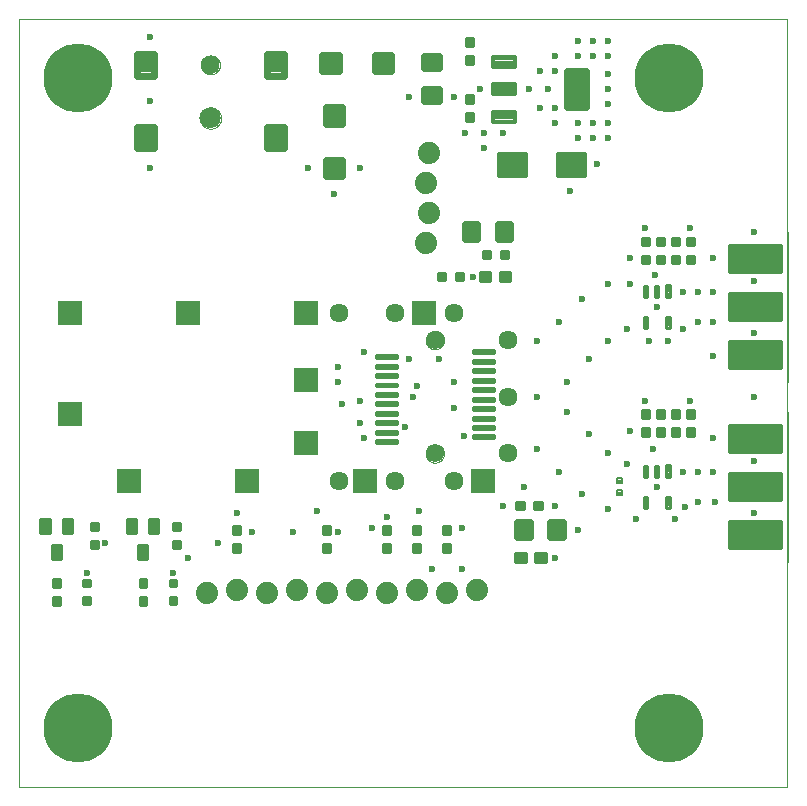
<source format=gts>
G75*
%MOIN*%
%OFA0B0*%
%FSLAX25Y25*%
%IPPOS*%
%LPD*%
%AMOC8*
5,1,8,0,0,1.08239X$1,22.5*
%
%ADD10C,0.00000*%
%ADD11C,0.00984*%
%ADD12R,0.07874X0.07874*%
%ADD13C,0.06358*%
%ADD14C,0.06102*%
%ADD15C,0.23000*%
%ADD16C,0.01600*%
%ADD17C,0.01890*%
%ADD18C,0.00945*%
%ADD19C,0.01181*%
%ADD20C,0.01083*%
%ADD21C,0.01559*%
%ADD22C,0.02362*%
%ADD23C,0.06299*%
%ADD24C,0.07087*%
%ADD25C,0.07400*%
%ADD26C,0.01440*%
%ADD27C,0.02598*%
%ADD28C,0.00803*%
%ADD29C,0.02362*%
D10*
X0027667Y0001800D02*
X0027667Y0257706D01*
X0283573Y0257706D01*
X0283573Y0001800D01*
X0027667Y0001800D01*
X0163160Y0112902D02*
X0163162Y0113012D01*
X0163168Y0113122D01*
X0163178Y0113232D01*
X0163192Y0113341D01*
X0163210Y0113450D01*
X0163231Y0113558D01*
X0163257Y0113665D01*
X0163286Y0113771D01*
X0163320Y0113876D01*
X0163357Y0113980D01*
X0163398Y0114082D01*
X0163442Y0114183D01*
X0163490Y0114282D01*
X0163542Y0114380D01*
X0163597Y0114475D01*
X0163655Y0114568D01*
X0163717Y0114659D01*
X0163782Y0114748D01*
X0163850Y0114835D01*
X0163922Y0114919D01*
X0163996Y0115000D01*
X0164073Y0115079D01*
X0164153Y0115155D01*
X0164236Y0115227D01*
X0164321Y0115297D01*
X0164409Y0115364D01*
X0164499Y0115427D01*
X0164591Y0115487D01*
X0164685Y0115544D01*
X0164782Y0115598D01*
X0164880Y0115647D01*
X0164980Y0115694D01*
X0165082Y0115736D01*
X0165185Y0115775D01*
X0165289Y0115810D01*
X0165395Y0115842D01*
X0165501Y0115869D01*
X0165609Y0115893D01*
X0165717Y0115913D01*
X0165826Y0115929D01*
X0165936Y0115941D01*
X0166046Y0115949D01*
X0166156Y0115953D01*
X0166266Y0115953D01*
X0166376Y0115949D01*
X0166486Y0115941D01*
X0166596Y0115929D01*
X0166705Y0115913D01*
X0166813Y0115893D01*
X0166921Y0115869D01*
X0167027Y0115842D01*
X0167133Y0115810D01*
X0167237Y0115775D01*
X0167340Y0115736D01*
X0167442Y0115694D01*
X0167542Y0115647D01*
X0167640Y0115598D01*
X0167736Y0115544D01*
X0167831Y0115487D01*
X0167923Y0115427D01*
X0168013Y0115364D01*
X0168101Y0115297D01*
X0168186Y0115227D01*
X0168269Y0115155D01*
X0168349Y0115079D01*
X0168426Y0115000D01*
X0168500Y0114919D01*
X0168572Y0114835D01*
X0168640Y0114748D01*
X0168705Y0114659D01*
X0168767Y0114568D01*
X0168825Y0114475D01*
X0168880Y0114380D01*
X0168932Y0114282D01*
X0168980Y0114183D01*
X0169024Y0114082D01*
X0169065Y0113980D01*
X0169102Y0113876D01*
X0169136Y0113771D01*
X0169165Y0113665D01*
X0169191Y0113558D01*
X0169212Y0113450D01*
X0169230Y0113341D01*
X0169244Y0113232D01*
X0169254Y0113122D01*
X0169260Y0113012D01*
X0169262Y0112902D01*
X0169260Y0112792D01*
X0169254Y0112682D01*
X0169244Y0112572D01*
X0169230Y0112463D01*
X0169212Y0112354D01*
X0169191Y0112246D01*
X0169165Y0112139D01*
X0169136Y0112033D01*
X0169102Y0111928D01*
X0169065Y0111824D01*
X0169024Y0111722D01*
X0168980Y0111621D01*
X0168932Y0111522D01*
X0168880Y0111424D01*
X0168825Y0111329D01*
X0168767Y0111236D01*
X0168705Y0111145D01*
X0168640Y0111056D01*
X0168572Y0110969D01*
X0168500Y0110885D01*
X0168426Y0110804D01*
X0168349Y0110725D01*
X0168269Y0110649D01*
X0168186Y0110577D01*
X0168101Y0110507D01*
X0168013Y0110440D01*
X0167923Y0110377D01*
X0167831Y0110317D01*
X0167737Y0110260D01*
X0167640Y0110206D01*
X0167542Y0110157D01*
X0167442Y0110110D01*
X0167340Y0110068D01*
X0167237Y0110029D01*
X0167133Y0109994D01*
X0167027Y0109962D01*
X0166921Y0109935D01*
X0166813Y0109911D01*
X0166705Y0109891D01*
X0166596Y0109875D01*
X0166486Y0109863D01*
X0166376Y0109855D01*
X0166266Y0109851D01*
X0166156Y0109851D01*
X0166046Y0109855D01*
X0165936Y0109863D01*
X0165826Y0109875D01*
X0165717Y0109891D01*
X0165609Y0109911D01*
X0165501Y0109935D01*
X0165395Y0109962D01*
X0165289Y0109994D01*
X0165185Y0110029D01*
X0165082Y0110068D01*
X0164980Y0110110D01*
X0164880Y0110157D01*
X0164782Y0110206D01*
X0164685Y0110260D01*
X0164591Y0110317D01*
X0164499Y0110377D01*
X0164409Y0110440D01*
X0164321Y0110507D01*
X0164236Y0110577D01*
X0164153Y0110649D01*
X0164073Y0110725D01*
X0163996Y0110804D01*
X0163922Y0110885D01*
X0163850Y0110969D01*
X0163782Y0111056D01*
X0163717Y0111145D01*
X0163655Y0111236D01*
X0163597Y0111329D01*
X0163542Y0111424D01*
X0163490Y0111522D01*
X0163442Y0111621D01*
X0163398Y0111722D01*
X0163357Y0111824D01*
X0163320Y0111928D01*
X0163286Y0112033D01*
X0163257Y0112139D01*
X0163231Y0112246D01*
X0163210Y0112354D01*
X0163192Y0112463D01*
X0163178Y0112572D01*
X0163168Y0112682D01*
X0163162Y0112792D01*
X0163160Y0112902D01*
X0163160Y0150698D02*
X0163162Y0150808D01*
X0163168Y0150918D01*
X0163178Y0151028D01*
X0163192Y0151137D01*
X0163210Y0151246D01*
X0163231Y0151354D01*
X0163257Y0151461D01*
X0163286Y0151567D01*
X0163320Y0151672D01*
X0163357Y0151776D01*
X0163398Y0151878D01*
X0163442Y0151979D01*
X0163490Y0152078D01*
X0163542Y0152176D01*
X0163597Y0152271D01*
X0163655Y0152364D01*
X0163717Y0152455D01*
X0163782Y0152544D01*
X0163850Y0152631D01*
X0163922Y0152715D01*
X0163996Y0152796D01*
X0164073Y0152875D01*
X0164153Y0152951D01*
X0164236Y0153023D01*
X0164321Y0153093D01*
X0164409Y0153160D01*
X0164499Y0153223D01*
X0164591Y0153283D01*
X0164685Y0153340D01*
X0164782Y0153394D01*
X0164880Y0153443D01*
X0164980Y0153490D01*
X0165082Y0153532D01*
X0165185Y0153571D01*
X0165289Y0153606D01*
X0165395Y0153638D01*
X0165501Y0153665D01*
X0165609Y0153689D01*
X0165717Y0153709D01*
X0165826Y0153725D01*
X0165936Y0153737D01*
X0166046Y0153745D01*
X0166156Y0153749D01*
X0166266Y0153749D01*
X0166376Y0153745D01*
X0166486Y0153737D01*
X0166596Y0153725D01*
X0166705Y0153709D01*
X0166813Y0153689D01*
X0166921Y0153665D01*
X0167027Y0153638D01*
X0167133Y0153606D01*
X0167237Y0153571D01*
X0167340Y0153532D01*
X0167442Y0153490D01*
X0167542Y0153443D01*
X0167640Y0153394D01*
X0167736Y0153340D01*
X0167831Y0153283D01*
X0167923Y0153223D01*
X0168013Y0153160D01*
X0168101Y0153093D01*
X0168186Y0153023D01*
X0168269Y0152951D01*
X0168349Y0152875D01*
X0168426Y0152796D01*
X0168500Y0152715D01*
X0168572Y0152631D01*
X0168640Y0152544D01*
X0168705Y0152455D01*
X0168767Y0152364D01*
X0168825Y0152271D01*
X0168880Y0152176D01*
X0168932Y0152078D01*
X0168980Y0151979D01*
X0169024Y0151878D01*
X0169065Y0151776D01*
X0169102Y0151672D01*
X0169136Y0151567D01*
X0169165Y0151461D01*
X0169191Y0151354D01*
X0169212Y0151246D01*
X0169230Y0151137D01*
X0169244Y0151028D01*
X0169254Y0150918D01*
X0169260Y0150808D01*
X0169262Y0150698D01*
X0169260Y0150588D01*
X0169254Y0150478D01*
X0169244Y0150368D01*
X0169230Y0150259D01*
X0169212Y0150150D01*
X0169191Y0150042D01*
X0169165Y0149935D01*
X0169136Y0149829D01*
X0169102Y0149724D01*
X0169065Y0149620D01*
X0169024Y0149518D01*
X0168980Y0149417D01*
X0168932Y0149318D01*
X0168880Y0149220D01*
X0168825Y0149125D01*
X0168767Y0149032D01*
X0168705Y0148941D01*
X0168640Y0148852D01*
X0168572Y0148765D01*
X0168500Y0148681D01*
X0168426Y0148600D01*
X0168349Y0148521D01*
X0168269Y0148445D01*
X0168186Y0148373D01*
X0168101Y0148303D01*
X0168013Y0148236D01*
X0167923Y0148173D01*
X0167831Y0148113D01*
X0167737Y0148056D01*
X0167640Y0148002D01*
X0167542Y0147953D01*
X0167442Y0147906D01*
X0167340Y0147864D01*
X0167237Y0147825D01*
X0167133Y0147790D01*
X0167027Y0147758D01*
X0166921Y0147731D01*
X0166813Y0147707D01*
X0166705Y0147687D01*
X0166596Y0147671D01*
X0166486Y0147659D01*
X0166376Y0147651D01*
X0166266Y0147647D01*
X0166156Y0147647D01*
X0166046Y0147651D01*
X0165936Y0147659D01*
X0165826Y0147671D01*
X0165717Y0147687D01*
X0165609Y0147707D01*
X0165501Y0147731D01*
X0165395Y0147758D01*
X0165289Y0147790D01*
X0165185Y0147825D01*
X0165082Y0147864D01*
X0164980Y0147906D01*
X0164880Y0147953D01*
X0164782Y0148002D01*
X0164685Y0148056D01*
X0164591Y0148113D01*
X0164499Y0148173D01*
X0164409Y0148236D01*
X0164321Y0148303D01*
X0164236Y0148373D01*
X0164153Y0148445D01*
X0164073Y0148521D01*
X0163996Y0148600D01*
X0163922Y0148681D01*
X0163850Y0148765D01*
X0163782Y0148852D01*
X0163717Y0148941D01*
X0163655Y0149032D01*
X0163597Y0149125D01*
X0163542Y0149220D01*
X0163490Y0149318D01*
X0163442Y0149417D01*
X0163398Y0149518D01*
X0163357Y0149620D01*
X0163320Y0149724D01*
X0163286Y0149829D01*
X0163257Y0149935D01*
X0163231Y0150042D01*
X0163210Y0150150D01*
X0163192Y0150259D01*
X0163178Y0150368D01*
X0163168Y0150478D01*
X0163162Y0150588D01*
X0163160Y0150698D01*
X0087874Y0224713D02*
X0087876Y0224831D01*
X0087882Y0224950D01*
X0087892Y0225068D01*
X0087906Y0225185D01*
X0087923Y0225302D01*
X0087945Y0225419D01*
X0087971Y0225534D01*
X0088000Y0225649D01*
X0088033Y0225763D01*
X0088070Y0225875D01*
X0088111Y0225986D01*
X0088155Y0226096D01*
X0088203Y0226204D01*
X0088255Y0226311D01*
X0088310Y0226416D01*
X0088369Y0226519D01*
X0088431Y0226619D01*
X0088496Y0226718D01*
X0088565Y0226815D01*
X0088636Y0226909D01*
X0088711Y0227000D01*
X0088789Y0227090D01*
X0088870Y0227176D01*
X0088954Y0227260D01*
X0089040Y0227341D01*
X0089130Y0227419D01*
X0089221Y0227494D01*
X0089315Y0227565D01*
X0089412Y0227634D01*
X0089511Y0227699D01*
X0089611Y0227761D01*
X0089714Y0227820D01*
X0089819Y0227875D01*
X0089926Y0227927D01*
X0090034Y0227975D01*
X0090144Y0228019D01*
X0090255Y0228060D01*
X0090367Y0228097D01*
X0090481Y0228130D01*
X0090596Y0228159D01*
X0090711Y0228185D01*
X0090828Y0228207D01*
X0090945Y0228224D01*
X0091062Y0228238D01*
X0091180Y0228248D01*
X0091299Y0228254D01*
X0091417Y0228256D01*
X0091535Y0228254D01*
X0091654Y0228248D01*
X0091772Y0228238D01*
X0091889Y0228224D01*
X0092006Y0228207D01*
X0092123Y0228185D01*
X0092238Y0228159D01*
X0092353Y0228130D01*
X0092467Y0228097D01*
X0092579Y0228060D01*
X0092690Y0228019D01*
X0092800Y0227975D01*
X0092908Y0227927D01*
X0093015Y0227875D01*
X0093120Y0227820D01*
X0093223Y0227761D01*
X0093323Y0227699D01*
X0093422Y0227634D01*
X0093519Y0227565D01*
X0093613Y0227494D01*
X0093704Y0227419D01*
X0093794Y0227341D01*
X0093880Y0227260D01*
X0093964Y0227176D01*
X0094045Y0227090D01*
X0094123Y0227000D01*
X0094198Y0226909D01*
X0094269Y0226815D01*
X0094338Y0226718D01*
X0094403Y0226619D01*
X0094465Y0226519D01*
X0094524Y0226416D01*
X0094579Y0226311D01*
X0094631Y0226204D01*
X0094679Y0226096D01*
X0094723Y0225986D01*
X0094764Y0225875D01*
X0094801Y0225763D01*
X0094834Y0225649D01*
X0094863Y0225534D01*
X0094889Y0225419D01*
X0094911Y0225302D01*
X0094928Y0225185D01*
X0094942Y0225068D01*
X0094952Y0224950D01*
X0094958Y0224831D01*
X0094960Y0224713D01*
X0094958Y0224595D01*
X0094952Y0224476D01*
X0094942Y0224358D01*
X0094928Y0224241D01*
X0094911Y0224124D01*
X0094889Y0224007D01*
X0094863Y0223892D01*
X0094834Y0223777D01*
X0094801Y0223663D01*
X0094764Y0223551D01*
X0094723Y0223440D01*
X0094679Y0223330D01*
X0094631Y0223222D01*
X0094579Y0223115D01*
X0094524Y0223010D01*
X0094465Y0222907D01*
X0094403Y0222807D01*
X0094338Y0222708D01*
X0094269Y0222611D01*
X0094198Y0222517D01*
X0094123Y0222426D01*
X0094045Y0222336D01*
X0093964Y0222250D01*
X0093880Y0222166D01*
X0093794Y0222085D01*
X0093704Y0222007D01*
X0093613Y0221932D01*
X0093519Y0221861D01*
X0093422Y0221792D01*
X0093323Y0221727D01*
X0093223Y0221665D01*
X0093120Y0221606D01*
X0093015Y0221551D01*
X0092908Y0221499D01*
X0092800Y0221451D01*
X0092690Y0221407D01*
X0092579Y0221366D01*
X0092467Y0221329D01*
X0092353Y0221296D01*
X0092238Y0221267D01*
X0092123Y0221241D01*
X0092006Y0221219D01*
X0091889Y0221202D01*
X0091772Y0221188D01*
X0091654Y0221178D01*
X0091535Y0221172D01*
X0091417Y0221170D01*
X0091299Y0221172D01*
X0091180Y0221178D01*
X0091062Y0221188D01*
X0090945Y0221202D01*
X0090828Y0221219D01*
X0090711Y0221241D01*
X0090596Y0221267D01*
X0090481Y0221296D01*
X0090367Y0221329D01*
X0090255Y0221366D01*
X0090144Y0221407D01*
X0090034Y0221451D01*
X0089926Y0221499D01*
X0089819Y0221551D01*
X0089714Y0221606D01*
X0089611Y0221665D01*
X0089511Y0221727D01*
X0089412Y0221792D01*
X0089315Y0221861D01*
X0089221Y0221932D01*
X0089130Y0222007D01*
X0089040Y0222085D01*
X0088954Y0222166D01*
X0088870Y0222250D01*
X0088789Y0222336D01*
X0088711Y0222426D01*
X0088636Y0222517D01*
X0088565Y0222611D01*
X0088496Y0222708D01*
X0088431Y0222807D01*
X0088369Y0222907D01*
X0088310Y0223010D01*
X0088255Y0223115D01*
X0088203Y0223222D01*
X0088155Y0223330D01*
X0088111Y0223440D01*
X0088070Y0223551D01*
X0088033Y0223663D01*
X0088000Y0223777D01*
X0087971Y0223892D01*
X0087945Y0224007D01*
X0087923Y0224124D01*
X0087906Y0224241D01*
X0087892Y0224358D01*
X0087882Y0224476D01*
X0087876Y0224595D01*
X0087874Y0224713D01*
X0088267Y0242430D02*
X0088269Y0242542D01*
X0088275Y0242653D01*
X0088285Y0242765D01*
X0088299Y0242876D01*
X0088316Y0242986D01*
X0088338Y0243096D01*
X0088364Y0243205D01*
X0088393Y0243313D01*
X0088426Y0243419D01*
X0088463Y0243525D01*
X0088504Y0243629D01*
X0088549Y0243732D01*
X0088597Y0243833D01*
X0088648Y0243932D01*
X0088703Y0244029D01*
X0088762Y0244124D01*
X0088823Y0244218D01*
X0088888Y0244309D01*
X0088957Y0244397D01*
X0089028Y0244483D01*
X0089102Y0244567D01*
X0089180Y0244647D01*
X0089260Y0244725D01*
X0089343Y0244801D01*
X0089428Y0244873D01*
X0089516Y0244942D01*
X0089606Y0245008D01*
X0089699Y0245070D01*
X0089794Y0245130D01*
X0089891Y0245186D01*
X0089989Y0245238D01*
X0090090Y0245287D01*
X0090192Y0245332D01*
X0090296Y0245374D01*
X0090401Y0245412D01*
X0090508Y0245446D01*
X0090615Y0245476D01*
X0090724Y0245503D01*
X0090833Y0245525D01*
X0090944Y0245544D01*
X0091054Y0245559D01*
X0091166Y0245570D01*
X0091277Y0245577D01*
X0091389Y0245580D01*
X0091501Y0245579D01*
X0091613Y0245574D01*
X0091724Y0245565D01*
X0091835Y0245552D01*
X0091946Y0245535D01*
X0092056Y0245515D01*
X0092165Y0245490D01*
X0092273Y0245462D01*
X0092380Y0245429D01*
X0092486Y0245393D01*
X0092590Y0245353D01*
X0092693Y0245310D01*
X0092795Y0245263D01*
X0092894Y0245212D01*
X0092992Y0245158D01*
X0093088Y0245100D01*
X0093182Y0245039D01*
X0093273Y0244975D01*
X0093362Y0244908D01*
X0093449Y0244837D01*
X0093533Y0244763D01*
X0093615Y0244687D01*
X0093693Y0244607D01*
X0093769Y0244525D01*
X0093842Y0244440D01*
X0093912Y0244353D01*
X0093978Y0244263D01*
X0094042Y0244171D01*
X0094102Y0244077D01*
X0094159Y0243981D01*
X0094212Y0243882D01*
X0094262Y0243782D01*
X0094308Y0243681D01*
X0094351Y0243577D01*
X0094390Y0243472D01*
X0094425Y0243366D01*
X0094456Y0243259D01*
X0094484Y0243150D01*
X0094507Y0243041D01*
X0094527Y0242931D01*
X0094543Y0242820D01*
X0094555Y0242709D01*
X0094563Y0242598D01*
X0094567Y0242486D01*
X0094567Y0242374D01*
X0094563Y0242262D01*
X0094555Y0242151D01*
X0094543Y0242040D01*
X0094527Y0241929D01*
X0094507Y0241819D01*
X0094484Y0241710D01*
X0094456Y0241601D01*
X0094425Y0241494D01*
X0094390Y0241388D01*
X0094351Y0241283D01*
X0094308Y0241179D01*
X0094262Y0241078D01*
X0094212Y0240978D01*
X0094159Y0240879D01*
X0094102Y0240783D01*
X0094042Y0240689D01*
X0093978Y0240597D01*
X0093912Y0240507D01*
X0093842Y0240420D01*
X0093769Y0240335D01*
X0093693Y0240253D01*
X0093615Y0240173D01*
X0093533Y0240097D01*
X0093449Y0240023D01*
X0093362Y0239952D01*
X0093273Y0239885D01*
X0093182Y0239821D01*
X0093088Y0239760D01*
X0092992Y0239702D01*
X0092894Y0239648D01*
X0092795Y0239597D01*
X0092693Y0239550D01*
X0092590Y0239507D01*
X0092486Y0239467D01*
X0092380Y0239431D01*
X0092273Y0239398D01*
X0092165Y0239370D01*
X0092056Y0239345D01*
X0091946Y0239325D01*
X0091835Y0239308D01*
X0091724Y0239295D01*
X0091613Y0239286D01*
X0091501Y0239281D01*
X0091389Y0239280D01*
X0091277Y0239283D01*
X0091166Y0239290D01*
X0091054Y0239301D01*
X0090944Y0239316D01*
X0090833Y0239335D01*
X0090724Y0239357D01*
X0090615Y0239384D01*
X0090508Y0239414D01*
X0090401Y0239448D01*
X0090296Y0239486D01*
X0090192Y0239528D01*
X0090090Y0239573D01*
X0089989Y0239622D01*
X0089891Y0239674D01*
X0089794Y0239730D01*
X0089699Y0239790D01*
X0089606Y0239852D01*
X0089516Y0239918D01*
X0089428Y0239987D01*
X0089343Y0240059D01*
X0089260Y0240135D01*
X0089180Y0240213D01*
X0089102Y0240293D01*
X0089028Y0240377D01*
X0088957Y0240463D01*
X0088888Y0240551D01*
X0088823Y0240642D01*
X0088762Y0240736D01*
X0088703Y0240831D01*
X0088648Y0240928D01*
X0088597Y0241027D01*
X0088549Y0241128D01*
X0088504Y0241231D01*
X0088463Y0241335D01*
X0088426Y0241441D01*
X0088393Y0241547D01*
X0088364Y0241655D01*
X0088338Y0241764D01*
X0088316Y0241874D01*
X0088299Y0241984D01*
X0088285Y0242095D01*
X0088275Y0242207D01*
X0088269Y0242318D01*
X0088267Y0242430D01*
X0283917Y0186800D02*
X0283917Y0136800D01*
X0283917Y0126800D02*
X0283917Y0076800D01*
D11*
X0185797Y0117922D02*
X0178907Y0117922D01*
X0178907Y0118906D01*
X0185797Y0118906D01*
X0185797Y0117922D01*
X0185797Y0118905D02*
X0178907Y0118905D01*
X0178907Y0121072D02*
X0185797Y0121072D01*
X0178907Y0121072D02*
X0178907Y0122056D01*
X0185797Y0122056D01*
X0185797Y0121072D01*
X0185797Y0122055D02*
X0178907Y0122055D01*
X0178907Y0124221D02*
X0185797Y0124221D01*
X0178907Y0124221D02*
X0178907Y0125205D01*
X0185797Y0125205D01*
X0185797Y0124221D01*
X0185797Y0125204D02*
X0178907Y0125204D01*
X0178907Y0127371D02*
X0185797Y0127371D01*
X0178907Y0127371D02*
X0178907Y0128355D01*
X0185797Y0128355D01*
X0185797Y0127371D01*
X0185797Y0128354D02*
X0178907Y0128354D01*
X0178907Y0130521D02*
X0185797Y0130521D01*
X0178907Y0130521D02*
X0178907Y0131505D01*
X0185797Y0131505D01*
X0185797Y0130521D01*
X0185797Y0131504D02*
X0178907Y0131504D01*
X0178907Y0133670D02*
X0185797Y0133670D01*
X0178907Y0133670D02*
X0178907Y0134654D01*
X0185797Y0134654D01*
X0185797Y0133670D01*
X0185797Y0134653D02*
X0178907Y0134653D01*
X0178907Y0136820D02*
X0185797Y0136820D01*
X0178907Y0136820D02*
X0178907Y0137804D01*
X0185797Y0137804D01*
X0185797Y0136820D01*
X0185797Y0137803D02*
X0178907Y0137803D01*
X0178907Y0139969D02*
X0185797Y0139969D01*
X0178907Y0139969D02*
X0178907Y0140953D01*
X0185797Y0140953D01*
X0185797Y0139969D01*
X0185797Y0140952D02*
X0178907Y0140952D01*
X0178907Y0143119D02*
X0185797Y0143119D01*
X0178907Y0143119D02*
X0178907Y0144103D01*
X0185797Y0144103D01*
X0185797Y0143119D01*
X0185797Y0144102D02*
X0178907Y0144102D01*
X0178907Y0146269D02*
X0185797Y0146269D01*
X0178907Y0146269D02*
X0178907Y0147253D01*
X0185797Y0147253D01*
X0185797Y0146269D01*
X0185797Y0147252D02*
X0178907Y0147252D01*
X0153514Y0144694D02*
X0146624Y0144694D01*
X0146624Y0145678D01*
X0153514Y0145678D01*
X0153514Y0144694D01*
X0153514Y0145677D02*
X0146624Y0145677D01*
X0146624Y0141544D02*
X0153514Y0141544D01*
X0146624Y0141544D02*
X0146624Y0142528D01*
X0153514Y0142528D01*
X0153514Y0141544D01*
X0153514Y0142527D02*
X0146624Y0142527D01*
X0146624Y0138395D02*
X0153514Y0138395D01*
X0146624Y0138395D02*
X0146624Y0139379D01*
X0153514Y0139379D01*
X0153514Y0138395D01*
X0153514Y0139378D02*
X0146624Y0139378D01*
X0146624Y0135245D02*
X0153514Y0135245D01*
X0146624Y0135245D02*
X0146624Y0136229D01*
X0153514Y0136229D01*
X0153514Y0135245D01*
X0153514Y0136228D02*
X0146624Y0136228D01*
X0146624Y0132095D02*
X0153514Y0132095D01*
X0146624Y0132095D02*
X0146624Y0133079D01*
X0153514Y0133079D01*
X0153514Y0132095D01*
X0153514Y0133078D02*
X0146624Y0133078D01*
X0146624Y0128946D02*
X0153514Y0128946D01*
X0146624Y0128946D02*
X0146624Y0129930D01*
X0153514Y0129930D01*
X0153514Y0128946D01*
X0153514Y0129929D02*
X0146624Y0129929D01*
X0146624Y0125796D02*
X0153514Y0125796D01*
X0146624Y0125796D02*
X0146624Y0126780D01*
X0153514Y0126780D01*
X0153514Y0125796D01*
X0153514Y0126779D02*
X0146624Y0126779D01*
X0146624Y0122647D02*
X0153514Y0122647D01*
X0146624Y0122647D02*
X0146624Y0123631D01*
X0153514Y0123631D01*
X0153514Y0122647D01*
X0153514Y0123630D02*
X0146624Y0123630D01*
X0146624Y0119497D02*
X0153514Y0119497D01*
X0146624Y0119497D02*
X0146624Y0120481D01*
X0153514Y0120481D01*
X0153514Y0119497D01*
X0153514Y0120480D02*
X0146624Y0120480D01*
X0146624Y0116347D02*
X0153514Y0116347D01*
X0146624Y0116347D02*
X0146624Y0117331D01*
X0153514Y0117331D01*
X0153514Y0116347D01*
X0153514Y0117330D02*
X0146624Y0117330D01*
D12*
X0142982Y0103749D03*
X0123297Y0116249D03*
X0103612Y0103749D03*
X0123297Y0137509D03*
X0123297Y0159851D03*
X0083927Y0159851D03*
X0044557Y0159851D03*
X0044557Y0126091D03*
X0064242Y0103749D03*
X0162667Y0159851D03*
X0182352Y0103749D03*
D13*
X0172510Y0103749D03*
X0152825Y0103749D03*
X0134321Y0103749D03*
X0190620Y0112902D03*
X0190620Y0131800D03*
X0190620Y0150698D03*
X0172510Y0159851D03*
X0152825Y0159851D03*
X0134321Y0159851D03*
D14*
X0166211Y0150698D03*
X0166211Y0112902D03*
D15*
X0244203Y0021485D03*
X0047352Y0021485D03*
X0047352Y0238020D03*
X0244203Y0238020D03*
D16*
X0264717Y0182000D02*
X0281117Y0182000D01*
X0281117Y0173600D01*
X0264717Y0173600D01*
X0264717Y0182000D01*
X0264717Y0175199D02*
X0281117Y0175199D01*
X0281117Y0176798D02*
X0264717Y0176798D01*
X0264717Y0178397D02*
X0281117Y0178397D01*
X0281117Y0179996D02*
X0264717Y0179996D01*
X0264717Y0181595D02*
X0281117Y0181595D01*
X0281117Y0166000D02*
X0264717Y0166000D01*
X0281117Y0166000D02*
X0281117Y0157600D01*
X0264717Y0157600D01*
X0264717Y0166000D01*
X0264717Y0159199D02*
X0281117Y0159199D01*
X0281117Y0160798D02*
X0264717Y0160798D01*
X0264717Y0162397D02*
X0281117Y0162397D01*
X0281117Y0163996D02*
X0264717Y0163996D01*
X0264717Y0165595D02*
X0281117Y0165595D01*
X0281117Y0150000D02*
X0264717Y0150000D01*
X0281117Y0150000D02*
X0281117Y0141600D01*
X0264717Y0141600D01*
X0264717Y0150000D01*
X0264717Y0143199D02*
X0281117Y0143199D01*
X0281117Y0144798D02*
X0264717Y0144798D01*
X0264717Y0146397D02*
X0281117Y0146397D01*
X0281117Y0147996D02*
X0264717Y0147996D01*
X0264717Y0149595D02*
X0281117Y0149595D01*
X0281117Y0122000D02*
X0264717Y0122000D01*
X0281117Y0122000D02*
X0281117Y0113600D01*
X0264717Y0113600D01*
X0264717Y0122000D01*
X0264717Y0115199D02*
X0281117Y0115199D01*
X0281117Y0116798D02*
X0264717Y0116798D01*
X0264717Y0118397D02*
X0281117Y0118397D01*
X0281117Y0119996D02*
X0264717Y0119996D01*
X0264717Y0121595D02*
X0281117Y0121595D01*
X0281117Y0106000D02*
X0264717Y0106000D01*
X0281117Y0106000D02*
X0281117Y0097600D01*
X0264717Y0097600D01*
X0264717Y0106000D01*
X0264717Y0099199D02*
X0281117Y0099199D01*
X0281117Y0100798D02*
X0264717Y0100798D01*
X0264717Y0102397D02*
X0281117Y0102397D01*
X0281117Y0103996D02*
X0264717Y0103996D01*
X0264717Y0105595D02*
X0281117Y0105595D01*
X0281117Y0090000D02*
X0264717Y0090000D01*
X0281117Y0090000D02*
X0281117Y0081600D01*
X0264717Y0081600D01*
X0264717Y0090000D01*
X0264717Y0083199D02*
X0281117Y0083199D01*
X0281117Y0084798D02*
X0264717Y0084798D01*
X0264717Y0086397D02*
X0281117Y0086397D01*
X0281117Y0087996D02*
X0264717Y0087996D01*
X0264717Y0089595D02*
X0281117Y0089595D01*
D17*
X0209133Y0090023D02*
X0204725Y0090023D01*
X0209133Y0090023D02*
X0209133Y0084827D01*
X0204725Y0084827D01*
X0204725Y0090023D01*
X0204725Y0086716D02*
X0209133Y0086716D01*
X0209133Y0088605D02*
X0204725Y0088605D01*
X0198110Y0090023D02*
X0193702Y0090023D01*
X0198110Y0090023D02*
X0198110Y0084827D01*
X0193702Y0084827D01*
X0193702Y0090023D01*
X0193702Y0086716D02*
X0198110Y0086716D01*
X0198110Y0088605D02*
X0193702Y0088605D01*
X0191633Y0184202D02*
X0187225Y0184202D01*
X0187225Y0189398D01*
X0191633Y0189398D01*
X0191633Y0184202D01*
X0191633Y0186091D02*
X0187225Y0186091D01*
X0187225Y0187980D02*
X0191633Y0187980D01*
X0180610Y0184202D02*
X0176202Y0184202D01*
X0176202Y0189398D01*
X0180610Y0189398D01*
X0180610Y0184202D01*
X0180610Y0186091D02*
X0176202Y0186091D01*
X0176202Y0187980D02*
X0180610Y0187980D01*
X0167765Y0230019D02*
X0167765Y0234427D01*
X0167765Y0230019D02*
X0162569Y0230019D01*
X0162569Y0234427D01*
X0167765Y0234427D01*
X0167765Y0231908D02*
X0162569Y0231908D01*
X0162569Y0233797D02*
X0167765Y0233797D01*
X0167765Y0241043D02*
X0167765Y0245451D01*
X0167765Y0241043D02*
X0162569Y0241043D01*
X0162569Y0245451D01*
X0167765Y0245451D01*
X0167765Y0242932D02*
X0162569Y0242932D01*
X0162569Y0244821D02*
X0167765Y0244821D01*
D18*
X0178770Y0245414D02*
X0178770Y0242816D01*
X0176564Y0242816D01*
X0176564Y0245414D01*
X0178770Y0245414D01*
X0178770Y0243760D02*
X0176564Y0243760D01*
X0176564Y0244704D02*
X0178770Y0244704D01*
X0178770Y0248816D02*
X0178770Y0251414D01*
X0178770Y0248816D02*
X0176564Y0248816D01*
X0176564Y0251414D01*
X0178770Y0251414D01*
X0178770Y0249760D02*
X0176564Y0249760D01*
X0176564Y0250704D02*
X0178770Y0250704D01*
X0178770Y0232349D02*
X0178770Y0229751D01*
X0176564Y0229751D01*
X0176564Y0232349D01*
X0178770Y0232349D01*
X0178770Y0230695D02*
X0176564Y0230695D01*
X0176564Y0231639D02*
X0178770Y0231639D01*
X0178770Y0226349D02*
X0178770Y0223751D01*
X0176564Y0223751D01*
X0176564Y0226349D01*
X0178770Y0226349D01*
X0178770Y0224695D02*
X0176564Y0224695D01*
X0176564Y0225639D02*
X0178770Y0225639D01*
X0182118Y0180403D02*
X0184716Y0180403D01*
X0184716Y0178197D01*
X0182118Y0178197D01*
X0182118Y0180403D01*
X0182118Y0179141D02*
X0184716Y0179141D01*
X0184716Y0180085D02*
X0182118Y0180085D01*
X0188118Y0180403D02*
X0190716Y0180403D01*
X0190716Y0178197D01*
X0188118Y0178197D01*
X0188118Y0180403D01*
X0188118Y0179141D02*
X0190716Y0179141D01*
X0190716Y0180085D02*
X0188118Y0180085D01*
X0175716Y0172903D02*
X0173118Y0172903D01*
X0175716Y0172903D02*
X0175716Y0170697D01*
X0173118Y0170697D01*
X0173118Y0172903D01*
X0173118Y0171641D02*
X0175716Y0171641D01*
X0175716Y0172585D02*
X0173118Y0172585D01*
X0169716Y0172903D02*
X0167118Y0172903D01*
X0169716Y0172903D02*
X0169716Y0170697D01*
X0167118Y0170697D01*
X0167118Y0172903D01*
X0167118Y0171641D02*
X0169716Y0171641D01*
X0169716Y0172585D02*
X0167118Y0172585D01*
X0237520Y0176251D02*
X0237520Y0178849D01*
X0237520Y0176251D02*
X0235314Y0176251D01*
X0235314Y0178849D01*
X0237520Y0178849D01*
X0237520Y0177195D02*
X0235314Y0177195D01*
X0235314Y0178139D02*
X0237520Y0178139D01*
X0242520Y0178849D02*
X0242520Y0176251D01*
X0240314Y0176251D01*
X0240314Y0178849D01*
X0242520Y0178849D01*
X0242520Y0177195D02*
X0240314Y0177195D01*
X0240314Y0178139D02*
X0242520Y0178139D01*
X0247520Y0178849D02*
X0247520Y0176251D01*
X0245314Y0176251D01*
X0245314Y0178849D01*
X0247520Y0178849D01*
X0247520Y0177195D02*
X0245314Y0177195D01*
X0245314Y0178139D02*
X0247520Y0178139D01*
X0252520Y0178849D02*
X0252520Y0176251D01*
X0250314Y0176251D01*
X0250314Y0178849D01*
X0252520Y0178849D01*
X0252520Y0177195D02*
X0250314Y0177195D01*
X0250314Y0178139D02*
X0252520Y0178139D01*
X0252520Y0182251D02*
X0252520Y0184849D01*
X0252520Y0182251D02*
X0250314Y0182251D01*
X0250314Y0184849D01*
X0252520Y0184849D01*
X0252520Y0183195D02*
X0250314Y0183195D01*
X0250314Y0184139D02*
X0252520Y0184139D01*
X0247520Y0184849D02*
X0247520Y0182251D01*
X0245314Y0182251D01*
X0245314Y0184849D01*
X0247520Y0184849D01*
X0247520Y0183195D02*
X0245314Y0183195D01*
X0245314Y0184139D02*
X0247520Y0184139D01*
X0242520Y0184849D02*
X0242520Y0182251D01*
X0240314Y0182251D01*
X0240314Y0184849D01*
X0242520Y0184849D01*
X0242520Y0183195D02*
X0240314Y0183195D01*
X0240314Y0184139D02*
X0242520Y0184139D01*
X0237520Y0184849D02*
X0237520Y0182251D01*
X0235314Y0182251D01*
X0235314Y0184849D01*
X0237520Y0184849D01*
X0237520Y0183195D02*
X0235314Y0183195D01*
X0235314Y0184139D02*
X0237520Y0184139D01*
X0237520Y0127349D02*
X0237520Y0124751D01*
X0235314Y0124751D01*
X0235314Y0127349D01*
X0237520Y0127349D01*
X0237520Y0125695D02*
X0235314Y0125695D01*
X0235314Y0126639D02*
X0237520Y0126639D01*
X0242520Y0127349D02*
X0242520Y0124751D01*
X0240314Y0124751D01*
X0240314Y0127349D01*
X0242520Y0127349D01*
X0242520Y0125695D02*
X0240314Y0125695D01*
X0240314Y0126639D02*
X0242520Y0126639D01*
X0247520Y0127349D02*
X0247520Y0124751D01*
X0245314Y0124751D01*
X0245314Y0127349D01*
X0247520Y0127349D01*
X0247520Y0125695D02*
X0245314Y0125695D01*
X0245314Y0126639D02*
X0247520Y0126639D01*
X0252520Y0127349D02*
X0252520Y0124751D01*
X0250314Y0124751D01*
X0250314Y0127349D01*
X0252520Y0127349D01*
X0252520Y0125695D02*
X0250314Y0125695D01*
X0250314Y0126639D02*
X0252520Y0126639D01*
X0252520Y0121349D02*
X0252520Y0118751D01*
X0250314Y0118751D01*
X0250314Y0121349D01*
X0252520Y0121349D01*
X0252520Y0119695D02*
X0250314Y0119695D01*
X0250314Y0120639D02*
X0252520Y0120639D01*
X0247520Y0121349D02*
X0247520Y0118751D01*
X0245314Y0118751D01*
X0245314Y0121349D01*
X0247520Y0121349D01*
X0247520Y0119695D02*
X0245314Y0119695D01*
X0245314Y0120639D02*
X0247520Y0120639D01*
X0242520Y0121349D02*
X0242520Y0118751D01*
X0240314Y0118751D01*
X0240314Y0121349D01*
X0242520Y0121349D01*
X0242520Y0119695D02*
X0240314Y0119695D01*
X0240314Y0120639D02*
X0242520Y0120639D01*
X0237520Y0121349D02*
X0237520Y0118751D01*
X0235314Y0118751D01*
X0235314Y0121349D01*
X0237520Y0121349D01*
X0237520Y0119695D02*
X0235314Y0119695D01*
X0235314Y0120639D02*
X0237520Y0120639D01*
X0201966Y0094447D02*
X0199368Y0094447D01*
X0199368Y0096653D01*
X0201966Y0096653D01*
X0201966Y0094447D01*
X0201966Y0095391D02*
X0199368Y0095391D01*
X0199368Y0096335D02*
X0201966Y0096335D01*
X0195966Y0094447D02*
X0193368Y0094447D01*
X0193368Y0096653D01*
X0195966Y0096653D01*
X0195966Y0094447D01*
X0195966Y0095391D02*
X0193368Y0095391D01*
X0193368Y0096335D02*
X0195966Y0096335D01*
X0171270Y0088599D02*
X0171270Y0086001D01*
X0169064Y0086001D01*
X0169064Y0088599D01*
X0171270Y0088599D01*
X0171270Y0086945D02*
X0169064Y0086945D01*
X0169064Y0087889D02*
X0171270Y0087889D01*
X0171270Y0082599D02*
X0171270Y0080001D01*
X0169064Y0080001D01*
X0169064Y0082599D01*
X0171270Y0082599D01*
X0171270Y0080945D02*
X0169064Y0080945D01*
X0169064Y0081889D02*
X0171270Y0081889D01*
X0161270Y0082599D02*
X0161270Y0080001D01*
X0159064Y0080001D01*
X0159064Y0082599D01*
X0161270Y0082599D01*
X0161270Y0080945D02*
X0159064Y0080945D01*
X0159064Y0081889D02*
X0161270Y0081889D01*
X0161270Y0086001D02*
X0161270Y0088599D01*
X0161270Y0086001D02*
X0159064Y0086001D01*
X0159064Y0088599D01*
X0161270Y0088599D01*
X0161270Y0086945D02*
X0159064Y0086945D01*
X0159064Y0087889D02*
X0161270Y0087889D01*
X0151270Y0088599D02*
X0151270Y0086001D01*
X0149064Y0086001D01*
X0149064Y0088599D01*
X0151270Y0088599D01*
X0151270Y0086945D02*
X0149064Y0086945D01*
X0149064Y0087889D02*
X0151270Y0087889D01*
X0151270Y0082599D02*
X0151270Y0080001D01*
X0149064Y0080001D01*
X0149064Y0082599D01*
X0151270Y0082599D01*
X0151270Y0080945D02*
X0149064Y0080945D01*
X0149064Y0081889D02*
X0151270Y0081889D01*
X0131270Y0082599D02*
X0131270Y0080001D01*
X0129064Y0080001D01*
X0129064Y0082599D01*
X0131270Y0082599D01*
X0131270Y0080945D02*
X0129064Y0080945D01*
X0129064Y0081889D02*
X0131270Y0081889D01*
X0131270Y0086001D02*
X0131270Y0088599D01*
X0131270Y0086001D02*
X0129064Y0086001D01*
X0129064Y0088599D01*
X0131270Y0088599D01*
X0131270Y0086945D02*
X0129064Y0086945D01*
X0129064Y0087889D02*
X0131270Y0087889D01*
X0101270Y0088599D02*
X0101270Y0086001D01*
X0099064Y0086001D01*
X0099064Y0088599D01*
X0101270Y0088599D01*
X0101270Y0086945D02*
X0099064Y0086945D01*
X0099064Y0087889D02*
X0101270Y0087889D01*
X0101270Y0082599D02*
X0101270Y0080001D01*
X0099064Y0080001D01*
X0099064Y0082599D01*
X0101270Y0082599D01*
X0101270Y0080945D02*
X0099064Y0080945D01*
X0099064Y0081889D02*
X0101270Y0081889D01*
X0079064Y0081251D02*
X0079064Y0083849D01*
X0081270Y0083849D01*
X0081270Y0081251D01*
X0079064Y0081251D01*
X0079064Y0082195D02*
X0081270Y0082195D01*
X0081270Y0083139D02*
X0079064Y0083139D01*
X0079064Y0087251D02*
X0079064Y0089849D01*
X0081270Y0089849D01*
X0081270Y0087251D01*
X0079064Y0087251D01*
X0079064Y0088195D02*
X0081270Y0088195D01*
X0081270Y0089139D02*
X0079064Y0089139D01*
X0080020Y0070856D02*
X0077814Y0070856D01*
X0080020Y0070856D02*
X0080020Y0068650D01*
X0077814Y0068650D01*
X0077814Y0070856D01*
X0077814Y0069594D02*
X0080020Y0069594D01*
X0080020Y0070538D02*
X0077814Y0070538D01*
X0077814Y0064950D02*
X0080020Y0064950D01*
X0080020Y0062744D01*
X0077814Y0062744D01*
X0077814Y0064950D01*
X0077814Y0063688D02*
X0080020Y0063688D01*
X0080020Y0064632D02*
X0077814Y0064632D01*
X0067814Y0065099D02*
X0067814Y0062501D01*
X0067814Y0065099D02*
X0070020Y0065099D01*
X0070020Y0062501D01*
X0067814Y0062501D01*
X0067814Y0063445D02*
X0070020Y0063445D01*
X0070020Y0064389D02*
X0067814Y0064389D01*
X0067814Y0068501D02*
X0067814Y0071099D01*
X0070020Y0071099D01*
X0070020Y0068501D01*
X0067814Y0068501D01*
X0067814Y0069445D02*
X0070020Y0069445D01*
X0070020Y0070389D02*
X0067814Y0070389D01*
X0051564Y0081251D02*
X0051564Y0083849D01*
X0053770Y0083849D01*
X0053770Y0081251D01*
X0051564Y0081251D01*
X0051564Y0082195D02*
X0053770Y0082195D01*
X0053770Y0083139D02*
X0051564Y0083139D01*
X0051564Y0087251D02*
X0051564Y0089849D01*
X0053770Y0089849D01*
X0053770Y0087251D01*
X0051564Y0087251D01*
X0051564Y0088195D02*
X0053770Y0088195D01*
X0053770Y0089139D02*
X0051564Y0089139D01*
X0051270Y0070856D02*
X0049064Y0070856D01*
X0051270Y0070856D02*
X0051270Y0068650D01*
X0049064Y0068650D01*
X0049064Y0070856D01*
X0049064Y0069594D02*
X0051270Y0069594D01*
X0051270Y0070538D02*
X0049064Y0070538D01*
X0049064Y0064950D02*
X0051270Y0064950D01*
X0051270Y0062744D01*
X0049064Y0062744D01*
X0049064Y0064950D01*
X0049064Y0063688D02*
X0051270Y0063688D01*
X0051270Y0064632D02*
X0049064Y0064632D01*
X0039064Y0065099D02*
X0039064Y0062501D01*
X0039064Y0065099D02*
X0041270Y0065099D01*
X0041270Y0062501D01*
X0039064Y0062501D01*
X0039064Y0063445D02*
X0041270Y0063445D01*
X0041270Y0064389D02*
X0039064Y0064389D01*
X0039064Y0068501D02*
X0039064Y0071099D01*
X0041270Y0071099D01*
X0041270Y0068501D01*
X0039064Y0068501D01*
X0039064Y0069445D02*
X0041270Y0069445D01*
X0041270Y0070389D02*
X0039064Y0070389D01*
D19*
X0038789Y0082135D02*
X0041545Y0082135D01*
X0041545Y0077803D01*
X0038789Y0077803D01*
X0038789Y0082135D01*
X0038789Y0078983D02*
X0041545Y0078983D01*
X0041545Y0080163D02*
X0038789Y0080163D01*
X0038789Y0081343D02*
X0041545Y0081343D01*
X0042529Y0090797D02*
X0045285Y0090797D01*
X0045285Y0086465D01*
X0042529Y0086465D01*
X0042529Y0090797D01*
X0042529Y0087645D02*
X0045285Y0087645D01*
X0045285Y0088825D02*
X0042529Y0088825D01*
X0042529Y0090005D02*
X0045285Y0090005D01*
X0037805Y0090797D02*
X0035049Y0090797D01*
X0037805Y0090797D02*
X0037805Y0086465D01*
X0035049Y0086465D01*
X0035049Y0090797D01*
X0035049Y0087645D02*
X0037805Y0087645D01*
X0037805Y0088825D02*
X0035049Y0088825D01*
X0035049Y0090005D02*
X0037805Y0090005D01*
X0063799Y0090797D02*
X0066555Y0090797D01*
X0066555Y0086465D01*
X0063799Y0086465D01*
X0063799Y0090797D01*
X0063799Y0087645D02*
X0066555Y0087645D01*
X0066555Y0088825D02*
X0063799Y0088825D01*
X0063799Y0090005D02*
X0066555Y0090005D01*
X0071279Y0090797D02*
X0074035Y0090797D01*
X0074035Y0086465D01*
X0071279Y0086465D01*
X0071279Y0090797D01*
X0071279Y0087645D02*
X0074035Y0087645D01*
X0074035Y0088825D02*
X0071279Y0088825D01*
X0071279Y0090005D02*
X0074035Y0090005D01*
X0070295Y0082135D02*
X0067539Y0082135D01*
X0070295Y0082135D02*
X0070295Y0077803D01*
X0067539Y0077803D01*
X0067539Y0082135D01*
X0067539Y0078983D02*
X0070295Y0078983D01*
X0070295Y0080163D02*
X0067539Y0080163D01*
X0067539Y0081343D02*
X0070295Y0081343D01*
X0181496Y0173178D02*
X0184646Y0173178D01*
X0184646Y0170422D01*
X0181496Y0170422D01*
X0181496Y0173178D01*
X0181496Y0171602D02*
X0184646Y0171602D01*
X0184646Y0172782D02*
X0181496Y0172782D01*
X0188189Y0173178D02*
X0191339Y0173178D01*
X0191339Y0170422D01*
X0188189Y0170422D01*
X0188189Y0173178D01*
X0188189Y0171602D02*
X0191339Y0171602D01*
X0191339Y0172782D02*
X0188189Y0172782D01*
X0193371Y0076672D02*
X0196521Y0076672D01*
X0193371Y0076672D02*
X0193371Y0079428D01*
X0196521Y0079428D01*
X0196521Y0076672D01*
X0196521Y0077852D02*
X0193371Y0077852D01*
X0193371Y0079032D02*
X0196521Y0079032D01*
X0200064Y0076672D02*
X0203214Y0076672D01*
X0200064Y0076672D02*
X0200064Y0079428D01*
X0203214Y0079428D01*
X0203214Y0076672D01*
X0203214Y0077852D02*
X0200064Y0077852D01*
X0200064Y0079032D02*
X0203214Y0079032D01*
D20*
X0235886Y0098503D02*
X0236968Y0098503D01*
X0236968Y0094861D01*
X0235886Y0094861D01*
X0235886Y0098503D01*
X0235886Y0095943D02*
X0236968Y0095943D01*
X0236968Y0097025D02*
X0235886Y0097025D01*
X0235886Y0098107D02*
X0236968Y0098107D01*
X0243366Y0098503D02*
X0244448Y0098503D01*
X0244448Y0094861D01*
X0243366Y0094861D01*
X0243366Y0098503D01*
X0243366Y0095943D02*
X0244448Y0095943D01*
X0244448Y0097025D02*
X0243366Y0097025D01*
X0243366Y0098107D02*
X0244448Y0098107D01*
X0244448Y0109133D02*
X0243366Y0109133D01*
X0244448Y0109133D02*
X0244448Y0105097D01*
X0243366Y0105097D01*
X0243366Y0109133D01*
X0243366Y0106179D02*
X0244448Y0106179D01*
X0244448Y0107261D02*
X0243366Y0107261D01*
X0243366Y0108343D02*
X0244448Y0108343D01*
X0240708Y0108739D02*
X0239626Y0108739D01*
X0240708Y0108739D02*
X0240708Y0105097D01*
X0239626Y0105097D01*
X0239626Y0108739D01*
X0239626Y0106179D02*
X0240708Y0106179D01*
X0240708Y0107261D02*
X0239626Y0107261D01*
X0239626Y0108343D02*
X0240708Y0108343D01*
X0236968Y0108739D02*
X0235886Y0108739D01*
X0236968Y0108739D02*
X0236968Y0105097D01*
X0235886Y0105097D01*
X0235886Y0108739D01*
X0235886Y0106179D02*
X0236968Y0106179D01*
X0236968Y0107261D02*
X0235886Y0107261D01*
X0235886Y0108343D02*
X0236968Y0108343D01*
X0236968Y0158503D02*
X0235886Y0158503D01*
X0236968Y0158503D02*
X0236968Y0154861D01*
X0235886Y0154861D01*
X0235886Y0158503D01*
X0235886Y0155943D02*
X0236968Y0155943D01*
X0236968Y0157025D02*
X0235886Y0157025D01*
X0235886Y0158107D02*
X0236968Y0158107D01*
X0243366Y0158503D02*
X0244448Y0158503D01*
X0244448Y0154861D01*
X0243366Y0154861D01*
X0243366Y0158503D01*
X0243366Y0155943D02*
X0244448Y0155943D01*
X0244448Y0157025D02*
X0243366Y0157025D01*
X0243366Y0158107D02*
X0244448Y0158107D01*
X0244448Y0169133D02*
X0243366Y0169133D01*
X0244448Y0169133D02*
X0244448Y0165097D01*
X0243366Y0165097D01*
X0243366Y0169133D01*
X0243366Y0166179D02*
X0244448Y0166179D01*
X0244448Y0167261D02*
X0243366Y0167261D01*
X0243366Y0168343D02*
X0244448Y0168343D01*
X0240708Y0168739D02*
X0239626Y0168739D01*
X0240708Y0168739D02*
X0240708Y0165097D01*
X0239626Y0165097D01*
X0239626Y0168739D01*
X0239626Y0166179D02*
X0240708Y0166179D01*
X0240708Y0167261D02*
X0239626Y0167261D01*
X0239626Y0168343D02*
X0240708Y0168343D01*
X0236968Y0168739D02*
X0235886Y0168739D01*
X0236968Y0168739D02*
X0236968Y0165097D01*
X0235886Y0165097D01*
X0235886Y0168739D01*
X0235886Y0166179D02*
X0236968Y0166179D01*
X0236968Y0167261D02*
X0235886Y0167261D01*
X0235886Y0168343D02*
X0236968Y0168343D01*
D21*
X0215914Y0205749D02*
X0207236Y0205749D01*
X0207236Y0212851D01*
X0215914Y0212851D01*
X0215914Y0205749D01*
X0215914Y0207307D02*
X0207236Y0207307D01*
X0207236Y0208865D02*
X0215914Y0208865D01*
X0215914Y0210423D02*
X0207236Y0210423D01*
X0207236Y0211981D02*
X0215914Y0211981D01*
X0196229Y0205749D02*
X0187551Y0205749D01*
X0187551Y0212851D01*
X0196229Y0212851D01*
X0196229Y0205749D01*
X0196229Y0207307D02*
X0187551Y0207307D01*
X0187551Y0208865D02*
X0196229Y0208865D01*
X0196229Y0210423D02*
X0187551Y0210423D01*
X0187551Y0211981D02*
X0196229Y0211981D01*
D22*
X0151673Y0245806D02*
X0146161Y0245806D01*
X0151673Y0245806D02*
X0151673Y0240294D01*
X0146161Y0240294D01*
X0146161Y0245806D01*
X0146161Y0242655D02*
X0151673Y0242655D01*
X0151673Y0245016D02*
X0146161Y0245016D01*
X0134173Y0245806D02*
X0128661Y0245806D01*
X0134173Y0245806D02*
X0134173Y0240294D01*
X0128661Y0240294D01*
X0128661Y0245806D01*
X0128661Y0242655D02*
X0134173Y0242655D01*
X0134173Y0245016D02*
X0128661Y0245016D01*
X0110315Y0245973D02*
X0110315Y0238887D01*
X0110315Y0245973D02*
X0115827Y0245973D01*
X0115827Y0238887D01*
X0110315Y0238887D01*
X0110315Y0241248D02*
X0115827Y0241248D01*
X0115827Y0243609D02*
X0110315Y0243609D01*
X0110315Y0245970D02*
X0115827Y0245970D01*
X0129911Y0228306D02*
X0129911Y0222794D01*
X0129911Y0228306D02*
X0135423Y0228306D01*
X0135423Y0222794D01*
X0129911Y0222794D01*
X0129911Y0225155D02*
X0135423Y0225155D01*
X0135423Y0227516D02*
X0129911Y0227516D01*
X0110315Y0221760D02*
X0110315Y0214674D01*
X0110315Y0221760D02*
X0115827Y0221760D01*
X0115827Y0214674D01*
X0110315Y0214674D01*
X0110315Y0217035D02*
X0115827Y0217035D01*
X0115827Y0219396D02*
X0110315Y0219396D01*
X0110315Y0221757D02*
X0115827Y0221757D01*
X0129911Y0210806D02*
X0129911Y0205294D01*
X0129911Y0210806D02*
X0135423Y0210806D01*
X0135423Y0205294D01*
X0129911Y0205294D01*
X0129911Y0207655D02*
X0135423Y0207655D01*
X0135423Y0210016D02*
X0129911Y0210016D01*
X0067008Y0214674D02*
X0067008Y0221760D01*
X0072520Y0221760D01*
X0072520Y0214674D01*
X0067008Y0214674D01*
X0067008Y0217035D02*
X0072520Y0217035D01*
X0072520Y0219396D02*
X0067008Y0219396D01*
X0067008Y0221757D02*
X0072520Y0221757D01*
X0067008Y0238887D02*
X0067008Y0245973D01*
X0072520Y0245973D01*
X0072520Y0238887D01*
X0067008Y0238887D01*
X0067008Y0241248D02*
X0072520Y0241248D01*
X0072520Y0243609D02*
X0067008Y0243609D01*
X0067008Y0245970D02*
X0072520Y0245970D01*
D23*
X0091417Y0242430D03*
D24*
X0091417Y0224713D03*
D25*
X0164417Y0213050D03*
X0163417Y0203050D03*
X0164417Y0193050D03*
X0163417Y0183050D03*
X0160167Y0067300D03*
X0150167Y0066300D03*
X0140167Y0067300D03*
X0130167Y0066300D03*
X0120167Y0067300D03*
X0110167Y0066300D03*
X0100167Y0067300D03*
X0090167Y0066300D03*
X0170167Y0066300D03*
X0180167Y0067300D03*
D26*
X0185537Y0223520D02*
X0185537Y0226880D01*
X0192897Y0226880D01*
X0192897Y0223520D01*
X0185537Y0223520D01*
X0185537Y0224959D02*
X0192897Y0224959D01*
X0192897Y0226398D02*
X0185537Y0226398D01*
X0185537Y0232620D02*
X0185537Y0235980D01*
X0192897Y0235980D01*
X0192897Y0232620D01*
X0185537Y0232620D01*
X0185537Y0234059D02*
X0192897Y0234059D01*
X0192897Y0235498D02*
X0185537Y0235498D01*
X0185537Y0241720D02*
X0185537Y0245080D01*
X0192897Y0245080D01*
X0192897Y0241720D01*
X0185537Y0241720D01*
X0185537Y0243159D02*
X0192897Y0243159D01*
X0192897Y0244598D02*
X0185537Y0244598D01*
D27*
X0210587Y0240087D02*
X0210587Y0228513D01*
X0210587Y0240087D02*
X0216649Y0240087D01*
X0216649Y0228513D01*
X0210587Y0228513D01*
X0210587Y0231110D02*
X0216649Y0231110D01*
X0216649Y0233707D02*
X0210587Y0233707D01*
X0210587Y0236304D02*
X0216649Y0236304D01*
X0216649Y0238901D02*
X0210587Y0238901D01*
D28*
X0226887Y0104580D02*
X0226887Y0103020D01*
X0226887Y0104580D02*
X0228447Y0104580D01*
X0228447Y0103020D01*
X0226887Y0103020D01*
X0226887Y0103822D02*
X0228447Y0103822D01*
X0226887Y0100580D02*
X0226887Y0099020D01*
X0226887Y0100580D02*
X0228447Y0100580D01*
X0228447Y0099020D01*
X0226887Y0099020D01*
X0226887Y0099822D02*
X0228447Y0099822D01*
D29*
X0223917Y0094300D03*
X0233292Y0091175D03*
X0240167Y0101800D03*
X0248917Y0106800D03*
X0253917Y0106800D03*
X0258917Y0106800D03*
X0259542Y0096800D03*
X0253917Y0096800D03*
X0249542Y0094925D03*
X0246417Y0091175D03*
X0230167Y0109300D03*
X0223917Y0113050D03*
X0217667Y0119300D03*
X0210167Y0126800D03*
X0200167Y0131800D03*
X0210167Y0136800D03*
X0217667Y0144300D03*
X0223917Y0150550D03*
X0230167Y0154300D03*
X0237667Y0150550D03*
X0243917Y0150550D03*
X0248917Y0154300D03*
X0253917Y0156800D03*
X0258917Y0156800D03*
X0258917Y0166800D03*
X0253917Y0166800D03*
X0248917Y0166800D03*
X0240167Y0161800D03*
X0231417Y0169300D03*
X0223917Y0169300D03*
X0215167Y0164300D03*
X0207667Y0156800D03*
X0200167Y0150550D03*
X0178917Y0171800D03*
X0167667Y0144300D03*
X0172667Y0136800D03*
X0172667Y0128050D03*
X0175792Y0118675D03*
X0158917Y0131800D03*
X0160167Y0135550D03*
X0157667Y0144300D03*
X0142667Y0146800D03*
X0133917Y0141800D03*
X0133917Y0136800D03*
X0141417Y0130550D03*
X0135167Y0129300D03*
X0141417Y0123050D03*
X0142667Y0118050D03*
X0156417Y0121800D03*
X0160792Y0093675D03*
X0150167Y0091800D03*
X0145167Y0088050D03*
X0133917Y0086800D03*
X0127042Y0093675D03*
X0118917Y0086800D03*
X0105167Y0086800D03*
X0100167Y0093050D03*
X0093917Y0083050D03*
X0083917Y0078050D03*
X0078917Y0073050D03*
X0056417Y0083050D03*
X0050167Y0073050D03*
X0165167Y0074300D03*
X0175167Y0074300D03*
X0175167Y0088050D03*
X0188917Y0095550D03*
X0195792Y0101800D03*
X0206417Y0095550D03*
X0215167Y0099300D03*
X0207667Y0106800D03*
X0200167Y0114300D03*
X0231417Y0120550D03*
X0238917Y0114300D03*
X0236417Y0130550D03*
X0251417Y0130550D03*
X0258917Y0118050D03*
X0272667Y0110550D03*
X0272667Y0093050D03*
X0272667Y0131800D03*
X0258917Y0145550D03*
X0272667Y0153050D03*
X0272667Y0170550D03*
X0258917Y0178050D03*
X0251417Y0188050D03*
X0236417Y0188050D03*
X0231417Y0178050D03*
X0239542Y0172425D03*
X0272667Y0186800D03*
X0223917Y0218050D03*
X0218917Y0218050D03*
X0213917Y0218050D03*
X0213917Y0223050D03*
X0218917Y0223050D03*
X0223917Y0223050D03*
X0223917Y0229300D03*
X0223917Y0234300D03*
X0223917Y0239300D03*
X0223917Y0245550D03*
X0218917Y0245550D03*
X0213917Y0245550D03*
X0213917Y0250550D03*
X0218917Y0250550D03*
X0223917Y0250550D03*
X0206417Y0245550D03*
X0206417Y0240550D03*
X0201417Y0240550D03*
X0203917Y0234300D03*
X0197667Y0234300D03*
X0201417Y0228050D03*
X0206417Y0228050D03*
X0206417Y0223050D03*
X0220167Y0209300D03*
X0211417Y0200550D03*
X0188917Y0219615D03*
X0182667Y0219615D03*
X0182667Y0214615D03*
X0176417Y0219615D03*
X0172667Y0231800D03*
X0181417Y0234300D03*
X0157667Y0231800D03*
X0141417Y0208050D03*
X0132667Y0199300D03*
X0123917Y0208050D03*
X0071417Y0208050D03*
X0071417Y0230550D03*
X0071417Y0251800D03*
X0213917Y0087425D03*
X0206417Y0078050D03*
M02*

</source>
